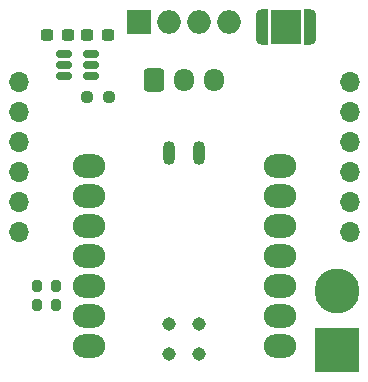
<source format=gts>
G04 #@! TF.GenerationSoftware,KiCad,Pcbnew,7.0.1*
G04 #@! TF.CreationDate,2023-08-13T17:58:06+02:00*
G04 #@! TF.ProjectId,neopixel_cots_hat,6e656f70-6978-4656-9c5f-636f74735f68,1*
G04 #@! TF.SameCoordinates,Original*
G04 #@! TF.FileFunction,Soldermask,Top*
G04 #@! TF.FilePolarity,Negative*
%FSLAX46Y46*%
G04 Gerber Fmt 4.6, Leading zero omitted, Abs format (unit mm)*
G04 Created by KiCad (PCBNEW 7.0.1) date 2023-08-13 17:58:06*
%MOMM*%
%LPD*%
G01*
G04 APERTURE LIST*
G04 Aperture macros list*
%AMRoundRect*
0 Rectangle with rounded corners*
0 $1 Rounding radius*
0 $2 $3 $4 $5 $6 $7 $8 $9 X,Y pos of 4 corners*
0 Add a 4 corners polygon primitive as box body*
4,1,4,$2,$3,$4,$5,$6,$7,$8,$9,$2,$3,0*
0 Add four circle primitives for the rounded corners*
1,1,$1+$1,$2,$3*
1,1,$1+$1,$4,$5*
1,1,$1+$1,$6,$7*
1,1,$1+$1,$8,$9*
0 Add four rect primitives between the rounded corners*
20,1,$1+$1,$2,$3,$4,$5,0*
20,1,$1+$1,$4,$5,$6,$7,0*
20,1,$1+$1,$6,$7,$8,$9,0*
20,1,$1+$1,$8,$9,$2,$3,0*%
%AMFreePoly0*
4,1,19,0.550000,-1.500000,0.000000,-1.500000,0.000000,-1.494911,-0.071157,-1.494911,-0.207708,-1.454816,-0.327430,-1.377875,-0.420627,-1.270320,-0.479746,-1.140866,-0.500000,-1.000000,-0.500000,1.000000,-0.479746,1.140866,-0.420627,1.270320,-0.327430,1.377875,-0.207708,1.454816,-0.071157,1.494911,0.000000,1.494911,0.000000,1.500000,0.550000,1.500000,0.550000,-1.500000,0.550000,-1.500000,
$1*%
G04 Aperture macros list end*
%ADD10O,2.748280X1.998980*%
%ADD11O,1.016000X2.032000*%
%ADD12C,1.143000*%
%ADD13FreePoly0,0.000000*%
%ADD14R,2.500000X3.000000*%
%ADD15FreePoly0,180.000000*%
%ADD16RoundRect,0.200000X0.200000X0.275000X-0.200000X0.275000X-0.200000X-0.275000X0.200000X-0.275000X0*%
%ADD17C,3.800000*%
%ADD18R,3.800000X3.800000*%
%ADD19O,2.000000X2.000000*%
%ADD20O,1.700000X1.700000*%
%ADD21R,2.000000X2.000000*%
%ADD22RoundRect,0.237500X0.300000X0.237500X-0.300000X0.237500X-0.300000X-0.237500X0.300000X-0.237500X0*%
%ADD23RoundRect,0.237500X-0.300000X-0.237500X0.300000X-0.237500X0.300000X0.237500X-0.300000X0.237500X0*%
%ADD24RoundRect,0.250000X-0.600000X-0.725000X0.600000X-0.725000X0.600000X0.725000X-0.600000X0.725000X0*%
%ADD25O,1.700000X1.950000*%
%ADD26RoundRect,0.150000X-0.512500X-0.150000X0.512500X-0.150000X0.512500X0.150000X-0.512500X0.150000X0*%
%ADD27RoundRect,0.237500X0.250000X0.237500X-0.250000X0.237500X-0.250000X-0.237500X0.250000X-0.237500X0*%
G04 APERTURE END LIST*
D10*
X112205683Y-75867820D03*
X112205683Y-73327820D03*
X112205683Y-70787820D03*
X112205683Y-68247820D03*
X112205683Y-65707820D03*
X112205683Y-63167820D03*
X112205683Y-60627820D03*
X96041123Y-60627820D03*
X96041123Y-63167820D03*
X96041123Y-65707820D03*
X96041123Y-68247820D03*
X96041123Y-70787820D03*
X96041123Y-73327820D03*
X96041123Y-75867820D03*
D11*
X105338803Y-59550000D03*
X102788803Y-59550000D03*
D12*
X105340000Y-76554187D03*
X102800000Y-76554187D03*
X105340000Y-74014187D03*
X102800000Y-74014187D03*
D13*
X110650000Y-48850000D03*
D14*
X112700000Y-48850000D03*
D15*
X114750000Y-48850000D03*
D16*
X93250000Y-72425000D03*
X91600000Y-72425000D03*
X93250000Y-70800000D03*
X91600000Y-70800000D03*
D17*
X117025000Y-71250000D03*
D18*
X117025000Y-76250000D03*
D19*
X107877000Y-48455000D03*
X105337000Y-48455000D03*
D20*
X118067000Y-53535000D03*
X118067000Y-56075000D03*
X118067000Y-58615000D03*
X118067000Y-61155000D03*
X118067000Y-63695000D03*
X118067000Y-66235000D03*
X90067000Y-66235000D03*
X90067000Y-63695000D03*
X90067000Y-61155000D03*
X90067000Y-58615000D03*
X90067000Y-56075000D03*
X90067000Y-53535000D03*
D19*
X102797000Y-48455000D03*
D21*
X100257000Y-48455000D03*
D22*
X95875000Y-49525000D03*
X97600000Y-49525000D03*
D23*
X94200000Y-49525000D03*
X92475000Y-49525000D03*
D24*
X101550000Y-53375000D03*
D25*
X104050000Y-53375000D03*
X106550000Y-53375000D03*
D26*
X96187500Y-51125000D03*
X96187500Y-52075000D03*
X96187500Y-53025000D03*
X93912500Y-53025000D03*
X93912500Y-52075000D03*
X93912500Y-51125000D03*
D27*
X97687500Y-54800000D03*
X95862500Y-54800000D03*
M02*

</source>
